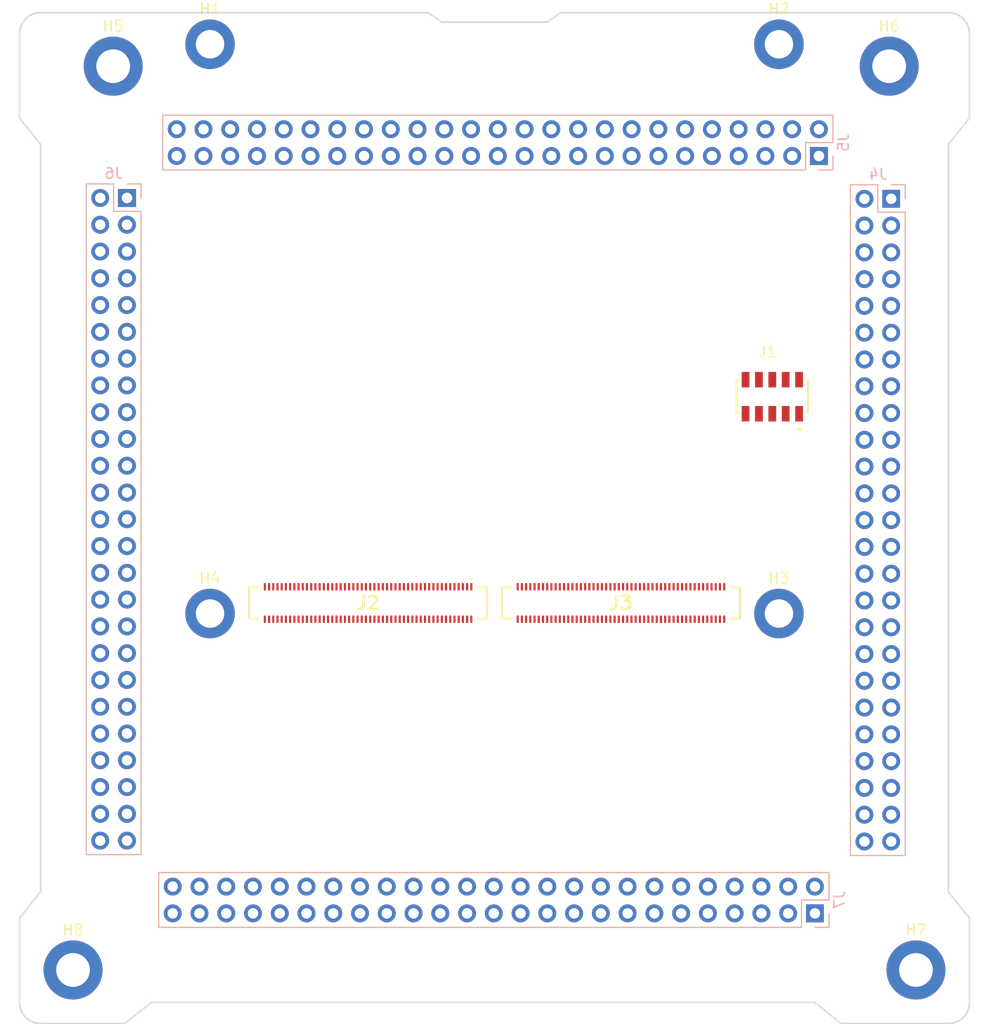
<source format=kicad_pcb>
(kicad_pcb (version 20221018) (generator pcbnew)
  (layers (0 "F.Cu" signal) (1 "In1.Cu" signal) (2 "In2.Cu" signal) (31 "B.Cu" signal) (34 "B.Paste" user) (35 "F.Paste" user) (36 "B.SilkS" user "B.Silkscreen") (37 "F.SilkS" user "F.Silkscreen") (38 "B.Mask" user) (39 "F.Mask" user) (44 "Edge.Cuts" user))
  (net 0 "")
  (net 1 "VSYS")
  (net 2 "GPIO_LPSR_00")
  (net 3 "VDD_3V3")
  (net 4 "GPIO_LPSR_01")
  (net 5 "GPIO_LPSR_02")
  (net 6 "ONOFF")
  (net 7 "GPIO_LPSR_03")
  (net 8 "PMIC_STBY_REQ")
  (net 9 "WAKEUP")
  (net 10 "GPIO_LPSR_04")
  (net 11 "PMIC_ON_REQ")
  (net 12 "GPIO_LPSR_05")
  (net 13 "DAC_OUT")
  (net 14 "GPIO_LPSR_06")
  (net 15 "EN_ADCS")
  (net 16 "GPIO_LPSR_07")
  (net 17 "GPIO_SD_B1_00")
  (net 18 "GPIO_LPSR_08")
  (net 19 "GPIO_SD_B1_01")
  (net 20 "GPIO_LPSR_09")
  (net 21 "GPIO_SD_B1_03")
  (net 22 "GPIO_AD_00")
  (net 23 "GPIO_SD_B1_04")
  (net 24 "GPIO_AD_01")
  (net 25 "GPIO_SD_B1_05")
  (net 26 "GPIO_AD_02")
  (net 27 "USDHC2_DATA3")
  (net 28 "GPIO_AD_03")
  (net 29 "USDHC2_DATA2")
  (net 30 "GPIO_AD_04")
  (net 31 "USDHC2_DATA1")
  (net 32 "BT_CFG_IO_EN")
  (net 33 "USDHC2_DATA0")
  (net 34 "USDHC2_CLK")
  (net 35 "GPIO_AD_06")
  (net 36 "USDHC2_CMD")
  (net 37 "GPIO_AD_07")
  (net 38 "GPIO_AD_08")
  (net 39 "GPIO_EMC_B1_40")
  (net 40 "GPIO_AD_09")
  (net 41 "GPIO_EMC_B1_41")
  (net 42 "GPIO_AD_10")
  (net 43 "GPIO_AD_11")
  (net 44 "VDD_3V3_LP")
  (net 45 "GPIO_AD_12")
  (net 46 "GPIO_AD_13")
  (net 47 "GPIO_AD_14")
  (net 48 "GPIO_AD_15")
  (net 49 "GPIO_AD_16")
  (net 50 "GPIO_AD_17")
  (net 51 "GPIO_AD_18")
  (net 52 "GPIO_AD_19")
  (net 53 "GPIO_AD_20")
  (net 54 "GPIO_AD_21")
  (net 55 "GPIO_AD_23")
  (net 56 "GPIO_AD_22")
  (net 57 "GPIO_AD_31")
  (net 58 "LPUART1_RX_BOOT")
  (net 59 "GPIO_AD_32")
  (net 61 "GPIO_AD_26")
  (net 62 "GPIO_AD_33")
  (net 63 "GPIO_AD_34")
  (net 64 "GPIO_AD_27")
  (net 65 "GPIO_AD_35")
  (net 66 "GPIO_AD_28")
  (net 67 "GPIO_AD_29")
  (net 68 "GPIO_AD_30")
  (net 69 "VDD_1V8")
  (net 70 "GPIO_SNVS_00")
  (net 71 "GPIO_SNVS_01")
  (net 72 "GPIO_DISP_B1_00")
  (net 73 "GPIO_SNVS_02")
  (net 75 "GPIO_DISP_B1_01")
  (net 77 "GPIO_SNVS_03")
  (net 79 "GPIO_DISP_B1_02")
  (net 81 "GPIO_SNVS_04")
  (net 82 "GPIO_DISP_B1_03")
  (net 83 "GPIO_DISP_B1_04")
  (net 85 "GPIO_SNVS_05")
  (net 87 "GPIO_DISP_B1_05")
  (net 89 "GPIO_SNVS_06")
  (net 91 "GPIO_SNVS_07")
  (net 92 "GPIO_DISP_B1_06")
  (net 93 "GPIO_SNVS_08")
  (net 94 "GPIO_DISP_B1_07")
  (net 95 "GPIO_SNVS_09")
  (net 96 "GPIO_DISP_B1_08")
  (net 97 "GPIO_DISP_B1_09")
  (net 98 "GPIO_EMC_B2_00")
  (net 99 "GPIO_DISP_B1_10")
  (net 100 "GPIO_EMC_B2_01")
  (net 101 "GPIO_DISP_B1_11")
  (net 102 "GPIO_EMC_B2_02")
  (net 103 "GPIO_EMC_B2_03")
  (net 104 "GPIO_DISP_B2_00")
  (net 105 "GPIO_EMC_B2_04")
  (net 107 "GPIO_DISP_B2_01")
  (net 108 "GPIO_DISP_B2_02")
  (net 109 "GPIO_EMC_B2_05")
  (net 110 "GPIO_DISP_B2_03")
  (net 111 "GPIO_EMC_B2_06")
  (net 112 "GPIO_DISP_B2_04")
  (net 113 "GPIO_EMC_B2_07")
  (net 114 "GPIO_DISP_B2_05")
  (net 115 "GPIO_EMC_B2_08")
  (net 116 "GPIO_EMC_B2_09")
  (net 117 "GPIO_DISP_B2_06")
  (net 118 "GPIO_DISP_B2_07")
  (net 119 "GPIO_EMC_B2_10")
  (net 120 "GPIO_DISP_B2_08")
  (net 121 "GPIO_EMC_B2_11")
  (net 122 "GPIO_DISP_B2_09")
  (net 123 "GPIO_EMC_B2_12")
  (net 124 "GPIO_DISP_B2_10")
  (net 125 "GPIO_EMC_B2_13")
  (net 126 "GPIO_EMC_B2_14")
  (net 127 "GPIO_DISP_B2_11")
  (net 128 "GPIO_DISP_B2_12")
  (net 129 "GPIO_EMC_B2_15")
  (net 130 "GPIO_DISP_B2_13")
  (net 131 "GPIO_EMC_B2_16")
  (net 132 "GPIO_DISP_B2_14")
  (net 133 "GPIO_EMC_B2_17")
  (net 134 "GPIO_DISP_B2_15")
  (net 135 "GPIO_EMC_B2_18")
  (net 136 "GPIO_EMC_B2_19")
  (net 137 "GPIO_EMC_B2_20")
  (net 164 "GND")
  (footprint "MountingHole:MountingHole_3.2mm_M3_DIN965_Pad" (layer "F.Cu") (at 8.89 5.08)
    (fp_text reference "H5")
    (fp_text value "MountingHole_Pad")
  )
  (footprint "MountingHole:MountingHole_3.2mm_M3_DIN965_Pad" (layer "F.Cu") (at 85.09 90.81)
    (fp_text reference "H7")
    (fp_text value "MountingHole_Pad")
  )
  (footprint "adcs:DF40HC30100DS04V51" (layer "F.Cu") (at 33.085 56 180)
    (fp_text reference "J2")
    (fp_text value "DF40HC_3.0_-100DS-0.4V_51_" hide)
  )
  (footprint "MountingHole:MountingHole_2.7mm_M2.5_DIN965_Pad" (layer "F.Cu") (at 72.085 57)
    (fp_text reference "H3")
    (fp_text value "MountingHole_Pad")
  )
  (footprint "MountingHole:MountingHole_3.2mm_M3_DIN965_Pad" (layer "F.Cu") (at 5.08 90.81)
    (fp_text reference "H8")
    (fp_text value "MountingHole_Pad")
  )
  (footprint "MountingHole:MountingHole_2.7mm_M2.5_DIN965_Pad" (layer "F.Cu") (at 72.085 3)
    (fp_text reference "H2")
    (fp_text value "MountingHole_Pad")
  )
  (footprint "MountingHole:MountingHole_2.7mm_M2.5_DIN965_Pad" (layer "F.Cu") (at 18.085 57)
    (fp_text reference "H4")
    (fp_text value "MountingHole_Pad")
  )
  (footprint "adcs:DF40HC30100DS04V51" (layer "F.Cu") (at 57.085 56 180)
    (fp_text reference "J3")
    (fp_text value "DF40HC_3.0_-100DS-0.4V_51_" hide)
  )
  (footprint "MountingHole:MountingHole_3.2mm_M3_DIN965_Pad" (layer "F.Cu") (at 82.55 5.08)
    (fp_text reference "H6")
    (fp_text value "MountingHole_Pad")
  )
  (footprint "MountingHole:MountingHole_2.7mm_M2.5_DIN965_Pad" (layer "F.Cu") (at 18.085 3)
    (fp_text reference "H1")
    (fp_text value "MountingHole_Pad")
  )
  (footprint "adcs:SAMTEC_CLP-105-02-X-D" (layer "F.Cu") (at 71.455 36.432)
    (fp_text reference "J1")
    (fp_text value "CLP-105-02-X-D")
  )
  (footprint "Connector_PinHeader_2.54mm:PinHeader_2x25_P2.54mm_Vertical" (layer "B.Cu") (at 75.88 13.6 90)
    (fp_text reference "J5")
    (fp_text value "Conn_02x25_Odd_Even")
  )
  (footprint "Connector_PinHeader_2.54mm:PinHeader_2x25_P2.54mm_Vertical" (layer "B.Cu") (at 82.74 17.66 180)
    (fp_text reference "J4")
    (fp_text value "Conn_02x25_Odd_Even")
  )
  (footprint "Connector_PinHeader_2.54mm:PinHeader_2x25_P2.54mm_Vertical" (layer "B.Cu") (at 10.2 17.58 180)
    (fp_text reference "J6")
    (fp_text value "Conn_02x25_Odd_Even")
  )
  (footprint "Connector_PinHeader_2.54mm:PinHeader_2x25_P2.54mm_Vertical" (layer "B.Cu") (at 75.5 85.44 90)
    (fp_text reference "J7")
    (fp_text value "Conn_02x25_Odd_Even")
  )
  (gr_line (start 50.085 0.9) (end 40.085 0.9) (stroke (width 0.15)) (layer "Edge.Cuts"))
  (gr_line (start 0 85.89) (end 0 93.89) (stroke (width 0.15)) (layer "Edge.Cuts"))
  (gr_line (start 2 83.39) (end 0 85.89) (stroke (width 0.15)) (layer "Edge.Cuts"))
  (gr_line (start 2 12.5) (end 0 10) (stroke (width 0.15)) (layer "Edge.Cuts"))
  (gr_line (start 51.355 0) (end 50.085 0.9) (stroke (width 0.15)) (layer "Edge.Cuts"))
  (gr_line (start 88.17 12.5) (end 90.17 10) (stroke (width 0.15)) (layer "Edge.Cuts"))
  (gr_line (start 2 83.39) (end 2 12.5) (stroke (width 0.15)) (layer "Edge.Cuts"))
  (gr_arc (start 0 2) (mid 0.585786 0.585786) (end 2 0) (stroke (width 0.15)) (layer "Edge.Cuts"))
  (gr_line (start 40.085 0.9) (end 38.805003 0) (stroke (width 0.15)) (layer "Edge.Cuts"))
  (gr_line (start 90.17 10) (end 90.17 2) (stroke (width 0.15)) (layer "Edge.Cuts"))
  (gr_line (start 38.805003 0) (end 2 0) (stroke (width 0.15)) (layer "Edge.Cuts"))
  (gr_line (start 90.17 93.89) (end 90.17 85.89) (stroke (width 0.15)) (layer "Edge.Cuts"))
  (gr_line (start 0 2) (end 0 10) (stroke (width 0.15)) (layer "Edge.Cuts"))
  (gr_line (start 75.5 93.89) (end 78 95.89) (stroke (width 0.15)) (layer "Edge.Cuts"))
  (gr_arc (start 88.17 0) (mid 89.584214 0.585786) (end 90.17 2) (stroke (width 0.15)) (layer "Edge.Cuts"))
  (gr_line (start 2 95.89) (end 10 95.89) (stroke (width 0.15)) (layer "Edge.Cuts"))
  (gr_line (start 88.17 83.39) (end 90.17 85.89) (stroke (width 0.15)) (layer "Edge.Cuts"))
  (gr_line (start 75.5 93.89) (end 12.5 93.89) (stroke (width 0.15)) (layer "Edge.Cuts"))
  (gr_line (start 88.17 0) (end 51.355 0) (stroke (width 0.15)) (layer "Edge.Cuts"))
  (gr_arc (start 2 95.89) (mid 0.585786 95.304214) (end 0 93.89) (stroke (width 0.15)) (layer "Edge.Cuts"))
  (gr_line (start 12.5 93.89) (end 10 95.89) (stroke (width 0.15)) (layer "Edge.Cuts"))
  (gr_line (start 78 95.89) (end 88.17 95.89) (stroke (width 0.15)) (layer "Edge.Cuts"))
  (gr_line (start 88.17 12.5) (end 88.17 83.39) (stroke (width 0.15)) (layer "Edge.Cuts"))
  (gr_arc (start 90.17 93.89) (mid 89.584214 95.304214) (end 88.17 95.89) (stroke (width 0.15)) (layer "Edge.Cuts"))
)
</source>
